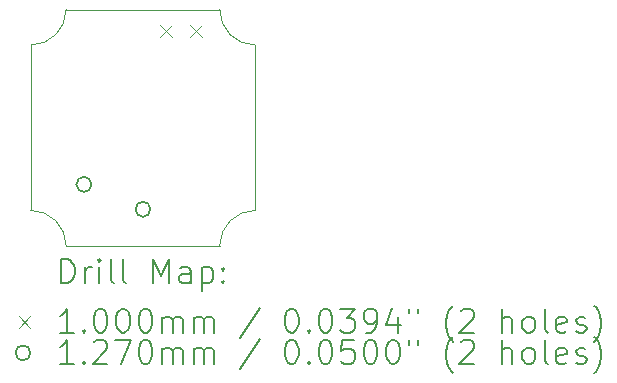
<source format=gbr>
%TF.GenerationSoftware,KiCad,Pcbnew,8.0.3*%
%TF.CreationDate,2024-09-08T13:54:00-04:00*%
%TF.ProjectId,FightPad_MICRO,46696768-7450-4616-945f-4d4943524f2e,rev?*%
%TF.SameCoordinates,Original*%
%TF.FileFunction,Drillmap*%
%TF.FilePolarity,Positive*%
%FSLAX45Y45*%
G04 Gerber Fmt 4.5, Leading zero omitted, Abs format (unit mm)*
G04 Created by KiCad (PCBNEW 8.0.3) date 2024-09-08 13:54:00*
%MOMM*%
%LPD*%
G01*
G04 APERTURE LIST*
%ADD10C,0.050000*%
%ADD11C,0.200000*%
%ADD12C,0.100000*%
%ADD13C,0.127000*%
G04 APERTURE END LIST*
D10*
X9385000Y-4971000D02*
X9385000Y-6371000D01*
X9085000Y-6671000D02*
G75*
G02*
X9385000Y-6371000I300000J0D01*
G01*
X7485000Y-6371000D02*
G75*
G02*
X7785000Y-6671000I0J-300000D01*
G01*
X7785000Y-6671000D02*
X9085000Y-6671000D01*
X9385000Y-4971000D02*
G75*
G02*
X9085000Y-4671000I0J300000D01*
G01*
X7785000Y-4671000D02*
X9085000Y-4671000D01*
X7785000Y-4671000D02*
G75*
G02*
X7485000Y-4971000I-300000J0D01*
G01*
X7485000Y-6371000D02*
X7485000Y-4971000D01*
D11*
D12*
X8581000Y-4800000D02*
X8681000Y-4900000D01*
X8681000Y-4800000D02*
X8581000Y-4900000D01*
X8835000Y-4800000D02*
X8935000Y-4900000D01*
X8935000Y-4800000D02*
X8835000Y-4900000D01*
D13*
X7998500Y-6151000D02*
G75*
G02*
X7871500Y-6151000I-63500J0D01*
G01*
X7871500Y-6151000D02*
G75*
G02*
X7998500Y-6151000I63500J0D01*
G01*
X8498500Y-6361000D02*
G75*
G02*
X8371500Y-6361000I-63500J0D01*
G01*
X8371500Y-6361000D02*
G75*
G02*
X8498500Y-6361000I63500J0D01*
G01*
D11*
X7743277Y-6984984D02*
X7743277Y-6784984D01*
X7743277Y-6784984D02*
X7790896Y-6784984D01*
X7790896Y-6784984D02*
X7819467Y-6794508D01*
X7819467Y-6794508D02*
X7838515Y-6813555D01*
X7838515Y-6813555D02*
X7848039Y-6832603D01*
X7848039Y-6832603D02*
X7857562Y-6870698D01*
X7857562Y-6870698D02*
X7857562Y-6899270D01*
X7857562Y-6899270D02*
X7848039Y-6937365D01*
X7848039Y-6937365D02*
X7838515Y-6956412D01*
X7838515Y-6956412D02*
X7819467Y-6975460D01*
X7819467Y-6975460D02*
X7790896Y-6984984D01*
X7790896Y-6984984D02*
X7743277Y-6984984D01*
X7943277Y-6984984D02*
X7943277Y-6851650D01*
X7943277Y-6889746D02*
X7952800Y-6870698D01*
X7952800Y-6870698D02*
X7962324Y-6861174D01*
X7962324Y-6861174D02*
X7981372Y-6851650D01*
X7981372Y-6851650D02*
X8000420Y-6851650D01*
X8067086Y-6984984D02*
X8067086Y-6851650D01*
X8067086Y-6784984D02*
X8057562Y-6794508D01*
X8057562Y-6794508D02*
X8067086Y-6804031D01*
X8067086Y-6804031D02*
X8076610Y-6794508D01*
X8076610Y-6794508D02*
X8067086Y-6784984D01*
X8067086Y-6784984D02*
X8067086Y-6804031D01*
X8190896Y-6984984D02*
X8171848Y-6975460D01*
X8171848Y-6975460D02*
X8162324Y-6956412D01*
X8162324Y-6956412D02*
X8162324Y-6784984D01*
X8295658Y-6984984D02*
X8276610Y-6975460D01*
X8276610Y-6975460D02*
X8267086Y-6956412D01*
X8267086Y-6956412D02*
X8267086Y-6784984D01*
X8524229Y-6984984D02*
X8524229Y-6784984D01*
X8524229Y-6784984D02*
X8590896Y-6927841D01*
X8590896Y-6927841D02*
X8657562Y-6784984D01*
X8657562Y-6784984D02*
X8657562Y-6984984D01*
X8838515Y-6984984D02*
X8838515Y-6880222D01*
X8838515Y-6880222D02*
X8828991Y-6861174D01*
X8828991Y-6861174D02*
X8809943Y-6851650D01*
X8809943Y-6851650D02*
X8771848Y-6851650D01*
X8771848Y-6851650D02*
X8752801Y-6861174D01*
X8838515Y-6975460D02*
X8819467Y-6984984D01*
X8819467Y-6984984D02*
X8771848Y-6984984D01*
X8771848Y-6984984D02*
X8752801Y-6975460D01*
X8752801Y-6975460D02*
X8743277Y-6956412D01*
X8743277Y-6956412D02*
X8743277Y-6937365D01*
X8743277Y-6937365D02*
X8752801Y-6918317D01*
X8752801Y-6918317D02*
X8771848Y-6908793D01*
X8771848Y-6908793D02*
X8819467Y-6908793D01*
X8819467Y-6908793D02*
X8838515Y-6899270D01*
X8933753Y-6851650D02*
X8933753Y-7051650D01*
X8933753Y-6861174D02*
X8952801Y-6851650D01*
X8952801Y-6851650D02*
X8990896Y-6851650D01*
X8990896Y-6851650D02*
X9009943Y-6861174D01*
X9009943Y-6861174D02*
X9019467Y-6870698D01*
X9019467Y-6870698D02*
X9028991Y-6889746D01*
X9028991Y-6889746D02*
X9028991Y-6946889D01*
X9028991Y-6946889D02*
X9019467Y-6965936D01*
X9019467Y-6965936D02*
X9009943Y-6975460D01*
X9009943Y-6975460D02*
X8990896Y-6984984D01*
X8990896Y-6984984D02*
X8952801Y-6984984D01*
X8952801Y-6984984D02*
X8933753Y-6975460D01*
X9114705Y-6965936D02*
X9124229Y-6975460D01*
X9124229Y-6975460D02*
X9114705Y-6984984D01*
X9114705Y-6984984D02*
X9105182Y-6975460D01*
X9105182Y-6975460D02*
X9114705Y-6965936D01*
X9114705Y-6965936D02*
X9114705Y-6984984D01*
X9114705Y-6861174D02*
X9124229Y-6870698D01*
X9124229Y-6870698D02*
X9114705Y-6880222D01*
X9114705Y-6880222D02*
X9105182Y-6870698D01*
X9105182Y-6870698D02*
X9114705Y-6861174D01*
X9114705Y-6861174D02*
X9114705Y-6880222D01*
D12*
X7382500Y-7263500D02*
X7482500Y-7363500D01*
X7482500Y-7263500D02*
X7382500Y-7363500D01*
D11*
X7848039Y-7404984D02*
X7733753Y-7404984D01*
X7790896Y-7404984D02*
X7790896Y-7204984D01*
X7790896Y-7204984D02*
X7771848Y-7233555D01*
X7771848Y-7233555D02*
X7752800Y-7252603D01*
X7752800Y-7252603D02*
X7733753Y-7262127D01*
X7933753Y-7385936D02*
X7943277Y-7395460D01*
X7943277Y-7395460D02*
X7933753Y-7404984D01*
X7933753Y-7404984D02*
X7924229Y-7395460D01*
X7924229Y-7395460D02*
X7933753Y-7385936D01*
X7933753Y-7385936D02*
X7933753Y-7404984D01*
X8067086Y-7204984D02*
X8086134Y-7204984D01*
X8086134Y-7204984D02*
X8105181Y-7214508D01*
X8105181Y-7214508D02*
X8114705Y-7224031D01*
X8114705Y-7224031D02*
X8124229Y-7243079D01*
X8124229Y-7243079D02*
X8133753Y-7281174D01*
X8133753Y-7281174D02*
X8133753Y-7328793D01*
X8133753Y-7328793D02*
X8124229Y-7366889D01*
X8124229Y-7366889D02*
X8114705Y-7385936D01*
X8114705Y-7385936D02*
X8105181Y-7395460D01*
X8105181Y-7395460D02*
X8086134Y-7404984D01*
X8086134Y-7404984D02*
X8067086Y-7404984D01*
X8067086Y-7404984D02*
X8048039Y-7395460D01*
X8048039Y-7395460D02*
X8038515Y-7385936D01*
X8038515Y-7385936D02*
X8028991Y-7366889D01*
X8028991Y-7366889D02*
X8019467Y-7328793D01*
X8019467Y-7328793D02*
X8019467Y-7281174D01*
X8019467Y-7281174D02*
X8028991Y-7243079D01*
X8028991Y-7243079D02*
X8038515Y-7224031D01*
X8038515Y-7224031D02*
X8048039Y-7214508D01*
X8048039Y-7214508D02*
X8067086Y-7204984D01*
X8257562Y-7204984D02*
X8276610Y-7204984D01*
X8276610Y-7204984D02*
X8295658Y-7214508D01*
X8295658Y-7214508D02*
X8305181Y-7224031D01*
X8305181Y-7224031D02*
X8314705Y-7243079D01*
X8314705Y-7243079D02*
X8324229Y-7281174D01*
X8324229Y-7281174D02*
X8324229Y-7328793D01*
X8324229Y-7328793D02*
X8314705Y-7366889D01*
X8314705Y-7366889D02*
X8305181Y-7385936D01*
X8305181Y-7385936D02*
X8295658Y-7395460D01*
X8295658Y-7395460D02*
X8276610Y-7404984D01*
X8276610Y-7404984D02*
X8257562Y-7404984D01*
X8257562Y-7404984D02*
X8238515Y-7395460D01*
X8238515Y-7395460D02*
X8228991Y-7385936D01*
X8228991Y-7385936D02*
X8219467Y-7366889D01*
X8219467Y-7366889D02*
X8209943Y-7328793D01*
X8209943Y-7328793D02*
X8209943Y-7281174D01*
X8209943Y-7281174D02*
X8219467Y-7243079D01*
X8219467Y-7243079D02*
X8228991Y-7224031D01*
X8228991Y-7224031D02*
X8238515Y-7214508D01*
X8238515Y-7214508D02*
X8257562Y-7204984D01*
X8448039Y-7204984D02*
X8467086Y-7204984D01*
X8467086Y-7204984D02*
X8486134Y-7214508D01*
X8486134Y-7214508D02*
X8495658Y-7224031D01*
X8495658Y-7224031D02*
X8505182Y-7243079D01*
X8505182Y-7243079D02*
X8514705Y-7281174D01*
X8514705Y-7281174D02*
X8514705Y-7328793D01*
X8514705Y-7328793D02*
X8505182Y-7366889D01*
X8505182Y-7366889D02*
X8495658Y-7385936D01*
X8495658Y-7385936D02*
X8486134Y-7395460D01*
X8486134Y-7395460D02*
X8467086Y-7404984D01*
X8467086Y-7404984D02*
X8448039Y-7404984D01*
X8448039Y-7404984D02*
X8428991Y-7395460D01*
X8428991Y-7395460D02*
X8419467Y-7385936D01*
X8419467Y-7385936D02*
X8409943Y-7366889D01*
X8409943Y-7366889D02*
X8400420Y-7328793D01*
X8400420Y-7328793D02*
X8400420Y-7281174D01*
X8400420Y-7281174D02*
X8409943Y-7243079D01*
X8409943Y-7243079D02*
X8419467Y-7224031D01*
X8419467Y-7224031D02*
X8428991Y-7214508D01*
X8428991Y-7214508D02*
X8448039Y-7204984D01*
X8600420Y-7404984D02*
X8600420Y-7271650D01*
X8600420Y-7290698D02*
X8609943Y-7281174D01*
X8609943Y-7281174D02*
X8628991Y-7271650D01*
X8628991Y-7271650D02*
X8657563Y-7271650D01*
X8657563Y-7271650D02*
X8676610Y-7281174D01*
X8676610Y-7281174D02*
X8686134Y-7300222D01*
X8686134Y-7300222D02*
X8686134Y-7404984D01*
X8686134Y-7300222D02*
X8695658Y-7281174D01*
X8695658Y-7281174D02*
X8714705Y-7271650D01*
X8714705Y-7271650D02*
X8743277Y-7271650D01*
X8743277Y-7271650D02*
X8762324Y-7281174D01*
X8762324Y-7281174D02*
X8771848Y-7300222D01*
X8771848Y-7300222D02*
X8771848Y-7404984D01*
X8867086Y-7404984D02*
X8867086Y-7271650D01*
X8867086Y-7290698D02*
X8876610Y-7281174D01*
X8876610Y-7281174D02*
X8895658Y-7271650D01*
X8895658Y-7271650D02*
X8924229Y-7271650D01*
X8924229Y-7271650D02*
X8943277Y-7281174D01*
X8943277Y-7281174D02*
X8952801Y-7300222D01*
X8952801Y-7300222D02*
X8952801Y-7404984D01*
X8952801Y-7300222D02*
X8962324Y-7281174D01*
X8962324Y-7281174D02*
X8981372Y-7271650D01*
X8981372Y-7271650D02*
X9009943Y-7271650D01*
X9009943Y-7271650D02*
X9028991Y-7281174D01*
X9028991Y-7281174D02*
X9038515Y-7300222D01*
X9038515Y-7300222D02*
X9038515Y-7404984D01*
X9428991Y-7195460D02*
X9257563Y-7452603D01*
X9686134Y-7204984D02*
X9705182Y-7204984D01*
X9705182Y-7204984D02*
X9724229Y-7214508D01*
X9724229Y-7214508D02*
X9733753Y-7224031D01*
X9733753Y-7224031D02*
X9743277Y-7243079D01*
X9743277Y-7243079D02*
X9752801Y-7281174D01*
X9752801Y-7281174D02*
X9752801Y-7328793D01*
X9752801Y-7328793D02*
X9743277Y-7366889D01*
X9743277Y-7366889D02*
X9733753Y-7385936D01*
X9733753Y-7385936D02*
X9724229Y-7395460D01*
X9724229Y-7395460D02*
X9705182Y-7404984D01*
X9705182Y-7404984D02*
X9686134Y-7404984D01*
X9686134Y-7404984D02*
X9667086Y-7395460D01*
X9667086Y-7395460D02*
X9657563Y-7385936D01*
X9657563Y-7385936D02*
X9648039Y-7366889D01*
X9648039Y-7366889D02*
X9638515Y-7328793D01*
X9638515Y-7328793D02*
X9638515Y-7281174D01*
X9638515Y-7281174D02*
X9648039Y-7243079D01*
X9648039Y-7243079D02*
X9657563Y-7224031D01*
X9657563Y-7224031D02*
X9667086Y-7214508D01*
X9667086Y-7214508D02*
X9686134Y-7204984D01*
X9838515Y-7385936D02*
X9848039Y-7395460D01*
X9848039Y-7395460D02*
X9838515Y-7404984D01*
X9838515Y-7404984D02*
X9828991Y-7395460D01*
X9828991Y-7395460D02*
X9838515Y-7385936D01*
X9838515Y-7385936D02*
X9838515Y-7404984D01*
X9971848Y-7204984D02*
X9990896Y-7204984D01*
X9990896Y-7204984D02*
X10009944Y-7214508D01*
X10009944Y-7214508D02*
X10019467Y-7224031D01*
X10019467Y-7224031D02*
X10028991Y-7243079D01*
X10028991Y-7243079D02*
X10038515Y-7281174D01*
X10038515Y-7281174D02*
X10038515Y-7328793D01*
X10038515Y-7328793D02*
X10028991Y-7366889D01*
X10028991Y-7366889D02*
X10019467Y-7385936D01*
X10019467Y-7385936D02*
X10009944Y-7395460D01*
X10009944Y-7395460D02*
X9990896Y-7404984D01*
X9990896Y-7404984D02*
X9971848Y-7404984D01*
X9971848Y-7404984D02*
X9952801Y-7395460D01*
X9952801Y-7395460D02*
X9943277Y-7385936D01*
X9943277Y-7385936D02*
X9933753Y-7366889D01*
X9933753Y-7366889D02*
X9924229Y-7328793D01*
X9924229Y-7328793D02*
X9924229Y-7281174D01*
X9924229Y-7281174D02*
X9933753Y-7243079D01*
X9933753Y-7243079D02*
X9943277Y-7224031D01*
X9943277Y-7224031D02*
X9952801Y-7214508D01*
X9952801Y-7214508D02*
X9971848Y-7204984D01*
X10105182Y-7204984D02*
X10228991Y-7204984D01*
X10228991Y-7204984D02*
X10162325Y-7281174D01*
X10162325Y-7281174D02*
X10190896Y-7281174D01*
X10190896Y-7281174D02*
X10209944Y-7290698D01*
X10209944Y-7290698D02*
X10219467Y-7300222D01*
X10219467Y-7300222D02*
X10228991Y-7319270D01*
X10228991Y-7319270D02*
X10228991Y-7366889D01*
X10228991Y-7366889D02*
X10219467Y-7385936D01*
X10219467Y-7385936D02*
X10209944Y-7395460D01*
X10209944Y-7395460D02*
X10190896Y-7404984D01*
X10190896Y-7404984D02*
X10133753Y-7404984D01*
X10133753Y-7404984D02*
X10114706Y-7395460D01*
X10114706Y-7395460D02*
X10105182Y-7385936D01*
X10324229Y-7404984D02*
X10362325Y-7404984D01*
X10362325Y-7404984D02*
X10381372Y-7395460D01*
X10381372Y-7395460D02*
X10390896Y-7385936D01*
X10390896Y-7385936D02*
X10409944Y-7357365D01*
X10409944Y-7357365D02*
X10419467Y-7319270D01*
X10419467Y-7319270D02*
X10419467Y-7243079D01*
X10419467Y-7243079D02*
X10409944Y-7224031D01*
X10409944Y-7224031D02*
X10400420Y-7214508D01*
X10400420Y-7214508D02*
X10381372Y-7204984D01*
X10381372Y-7204984D02*
X10343277Y-7204984D01*
X10343277Y-7204984D02*
X10324229Y-7214508D01*
X10324229Y-7214508D02*
X10314706Y-7224031D01*
X10314706Y-7224031D02*
X10305182Y-7243079D01*
X10305182Y-7243079D02*
X10305182Y-7290698D01*
X10305182Y-7290698D02*
X10314706Y-7309746D01*
X10314706Y-7309746D02*
X10324229Y-7319270D01*
X10324229Y-7319270D02*
X10343277Y-7328793D01*
X10343277Y-7328793D02*
X10381372Y-7328793D01*
X10381372Y-7328793D02*
X10400420Y-7319270D01*
X10400420Y-7319270D02*
X10409944Y-7309746D01*
X10409944Y-7309746D02*
X10419467Y-7290698D01*
X10590896Y-7271650D02*
X10590896Y-7404984D01*
X10543277Y-7195460D02*
X10495658Y-7338317D01*
X10495658Y-7338317D02*
X10619467Y-7338317D01*
X10686134Y-7204984D02*
X10686134Y-7243079D01*
X10762325Y-7204984D02*
X10762325Y-7243079D01*
X11057563Y-7481174D02*
X11048039Y-7471650D01*
X11048039Y-7471650D02*
X11028991Y-7443079D01*
X11028991Y-7443079D02*
X11019468Y-7424031D01*
X11019468Y-7424031D02*
X11009944Y-7395460D01*
X11009944Y-7395460D02*
X11000420Y-7347841D01*
X11000420Y-7347841D02*
X11000420Y-7309746D01*
X11000420Y-7309746D02*
X11009944Y-7262127D01*
X11009944Y-7262127D02*
X11019468Y-7233555D01*
X11019468Y-7233555D02*
X11028991Y-7214508D01*
X11028991Y-7214508D02*
X11048039Y-7185936D01*
X11048039Y-7185936D02*
X11057563Y-7176412D01*
X11124229Y-7224031D02*
X11133753Y-7214508D01*
X11133753Y-7214508D02*
X11152801Y-7204984D01*
X11152801Y-7204984D02*
X11200420Y-7204984D01*
X11200420Y-7204984D02*
X11219467Y-7214508D01*
X11219467Y-7214508D02*
X11228991Y-7224031D01*
X11228991Y-7224031D02*
X11238515Y-7243079D01*
X11238515Y-7243079D02*
X11238515Y-7262127D01*
X11238515Y-7262127D02*
X11228991Y-7290698D01*
X11228991Y-7290698D02*
X11114706Y-7404984D01*
X11114706Y-7404984D02*
X11238515Y-7404984D01*
X11476610Y-7404984D02*
X11476610Y-7204984D01*
X11562325Y-7404984D02*
X11562325Y-7300222D01*
X11562325Y-7300222D02*
X11552801Y-7281174D01*
X11552801Y-7281174D02*
X11533753Y-7271650D01*
X11533753Y-7271650D02*
X11505182Y-7271650D01*
X11505182Y-7271650D02*
X11486134Y-7281174D01*
X11486134Y-7281174D02*
X11476610Y-7290698D01*
X11686134Y-7404984D02*
X11667087Y-7395460D01*
X11667087Y-7395460D02*
X11657563Y-7385936D01*
X11657563Y-7385936D02*
X11648039Y-7366889D01*
X11648039Y-7366889D02*
X11648039Y-7309746D01*
X11648039Y-7309746D02*
X11657563Y-7290698D01*
X11657563Y-7290698D02*
X11667087Y-7281174D01*
X11667087Y-7281174D02*
X11686134Y-7271650D01*
X11686134Y-7271650D02*
X11714706Y-7271650D01*
X11714706Y-7271650D02*
X11733753Y-7281174D01*
X11733753Y-7281174D02*
X11743277Y-7290698D01*
X11743277Y-7290698D02*
X11752801Y-7309746D01*
X11752801Y-7309746D02*
X11752801Y-7366889D01*
X11752801Y-7366889D02*
X11743277Y-7385936D01*
X11743277Y-7385936D02*
X11733753Y-7395460D01*
X11733753Y-7395460D02*
X11714706Y-7404984D01*
X11714706Y-7404984D02*
X11686134Y-7404984D01*
X11867087Y-7404984D02*
X11848039Y-7395460D01*
X11848039Y-7395460D02*
X11838515Y-7376412D01*
X11838515Y-7376412D02*
X11838515Y-7204984D01*
X12019468Y-7395460D02*
X12000420Y-7404984D01*
X12000420Y-7404984D02*
X11962325Y-7404984D01*
X11962325Y-7404984D02*
X11943277Y-7395460D01*
X11943277Y-7395460D02*
X11933753Y-7376412D01*
X11933753Y-7376412D02*
X11933753Y-7300222D01*
X11933753Y-7300222D02*
X11943277Y-7281174D01*
X11943277Y-7281174D02*
X11962325Y-7271650D01*
X11962325Y-7271650D02*
X12000420Y-7271650D01*
X12000420Y-7271650D02*
X12019468Y-7281174D01*
X12019468Y-7281174D02*
X12028991Y-7300222D01*
X12028991Y-7300222D02*
X12028991Y-7319270D01*
X12028991Y-7319270D02*
X11933753Y-7338317D01*
X12105182Y-7395460D02*
X12124229Y-7404984D01*
X12124229Y-7404984D02*
X12162325Y-7404984D01*
X12162325Y-7404984D02*
X12181372Y-7395460D01*
X12181372Y-7395460D02*
X12190896Y-7376412D01*
X12190896Y-7376412D02*
X12190896Y-7366889D01*
X12190896Y-7366889D02*
X12181372Y-7347841D01*
X12181372Y-7347841D02*
X12162325Y-7338317D01*
X12162325Y-7338317D02*
X12133753Y-7338317D01*
X12133753Y-7338317D02*
X12114706Y-7328793D01*
X12114706Y-7328793D02*
X12105182Y-7309746D01*
X12105182Y-7309746D02*
X12105182Y-7300222D01*
X12105182Y-7300222D02*
X12114706Y-7281174D01*
X12114706Y-7281174D02*
X12133753Y-7271650D01*
X12133753Y-7271650D02*
X12162325Y-7271650D01*
X12162325Y-7271650D02*
X12181372Y-7281174D01*
X12257563Y-7481174D02*
X12267087Y-7471650D01*
X12267087Y-7471650D02*
X12286134Y-7443079D01*
X12286134Y-7443079D02*
X12295658Y-7424031D01*
X12295658Y-7424031D02*
X12305182Y-7395460D01*
X12305182Y-7395460D02*
X12314706Y-7347841D01*
X12314706Y-7347841D02*
X12314706Y-7309746D01*
X12314706Y-7309746D02*
X12305182Y-7262127D01*
X12305182Y-7262127D02*
X12295658Y-7233555D01*
X12295658Y-7233555D02*
X12286134Y-7214508D01*
X12286134Y-7214508D02*
X12267087Y-7185936D01*
X12267087Y-7185936D02*
X12257563Y-7176412D01*
D13*
X7482500Y-7577500D02*
G75*
G02*
X7355500Y-7577500I-63500J0D01*
G01*
X7355500Y-7577500D02*
G75*
G02*
X7482500Y-7577500I63500J0D01*
G01*
D11*
X7848039Y-7668984D02*
X7733753Y-7668984D01*
X7790896Y-7668984D02*
X7790896Y-7468984D01*
X7790896Y-7468984D02*
X7771848Y-7497555D01*
X7771848Y-7497555D02*
X7752800Y-7516603D01*
X7752800Y-7516603D02*
X7733753Y-7526127D01*
X7933753Y-7649936D02*
X7943277Y-7659460D01*
X7943277Y-7659460D02*
X7933753Y-7668984D01*
X7933753Y-7668984D02*
X7924229Y-7659460D01*
X7924229Y-7659460D02*
X7933753Y-7649936D01*
X7933753Y-7649936D02*
X7933753Y-7668984D01*
X8019467Y-7488031D02*
X8028991Y-7478508D01*
X8028991Y-7478508D02*
X8048039Y-7468984D01*
X8048039Y-7468984D02*
X8095658Y-7468984D01*
X8095658Y-7468984D02*
X8114705Y-7478508D01*
X8114705Y-7478508D02*
X8124229Y-7488031D01*
X8124229Y-7488031D02*
X8133753Y-7507079D01*
X8133753Y-7507079D02*
X8133753Y-7526127D01*
X8133753Y-7526127D02*
X8124229Y-7554698D01*
X8124229Y-7554698D02*
X8009943Y-7668984D01*
X8009943Y-7668984D02*
X8133753Y-7668984D01*
X8200420Y-7468984D02*
X8333753Y-7468984D01*
X8333753Y-7468984D02*
X8248039Y-7668984D01*
X8448039Y-7468984D02*
X8467086Y-7468984D01*
X8467086Y-7468984D02*
X8486134Y-7478508D01*
X8486134Y-7478508D02*
X8495658Y-7488031D01*
X8495658Y-7488031D02*
X8505182Y-7507079D01*
X8505182Y-7507079D02*
X8514705Y-7545174D01*
X8514705Y-7545174D02*
X8514705Y-7592793D01*
X8514705Y-7592793D02*
X8505182Y-7630889D01*
X8505182Y-7630889D02*
X8495658Y-7649936D01*
X8495658Y-7649936D02*
X8486134Y-7659460D01*
X8486134Y-7659460D02*
X8467086Y-7668984D01*
X8467086Y-7668984D02*
X8448039Y-7668984D01*
X8448039Y-7668984D02*
X8428991Y-7659460D01*
X8428991Y-7659460D02*
X8419467Y-7649936D01*
X8419467Y-7649936D02*
X8409943Y-7630889D01*
X8409943Y-7630889D02*
X8400420Y-7592793D01*
X8400420Y-7592793D02*
X8400420Y-7545174D01*
X8400420Y-7545174D02*
X8409943Y-7507079D01*
X8409943Y-7507079D02*
X8419467Y-7488031D01*
X8419467Y-7488031D02*
X8428991Y-7478508D01*
X8428991Y-7478508D02*
X8448039Y-7468984D01*
X8600420Y-7668984D02*
X8600420Y-7535650D01*
X8600420Y-7554698D02*
X8609943Y-7545174D01*
X8609943Y-7545174D02*
X8628991Y-7535650D01*
X8628991Y-7535650D02*
X8657563Y-7535650D01*
X8657563Y-7535650D02*
X8676610Y-7545174D01*
X8676610Y-7545174D02*
X8686134Y-7564222D01*
X8686134Y-7564222D02*
X8686134Y-7668984D01*
X8686134Y-7564222D02*
X8695658Y-7545174D01*
X8695658Y-7545174D02*
X8714705Y-7535650D01*
X8714705Y-7535650D02*
X8743277Y-7535650D01*
X8743277Y-7535650D02*
X8762324Y-7545174D01*
X8762324Y-7545174D02*
X8771848Y-7564222D01*
X8771848Y-7564222D02*
X8771848Y-7668984D01*
X8867086Y-7668984D02*
X8867086Y-7535650D01*
X8867086Y-7554698D02*
X8876610Y-7545174D01*
X8876610Y-7545174D02*
X8895658Y-7535650D01*
X8895658Y-7535650D02*
X8924229Y-7535650D01*
X8924229Y-7535650D02*
X8943277Y-7545174D01*
X8943277Y-7545174D02*
X8952801Y-7564222D01*
X8952801Y-7564222D02*
X8952801Y-7668984D01*
X8952801Y-7564222D02*
X8962324Y-7545174D01*
X8962324Y-7545174D02*
X8981372Y-7535650D01*
X8981372Y-7535650D02*
X9009943Y-7535650D01*
X9009943Y-7535650D02*
X9028991Y-7545174D01*
X9028991Y-7545174D02*
X9038515Y-7564222D01*
X9038515Y-7564222D02*
X9038515Y-7668984D01*
X9428991Y-7459460D02*
X9257563Y-7716603D01*
X9686134Y-7468984D02*
X9705182Y-7468984D01*
X9705182Y-7468984D02*
X9724229Y-7478508D01*
X9724229Y-7478508D02*
X9733753Y-7488031D01*
X9733753Y-7488031D02*
X9743277Y-7507079D01*
X9743277Y-7507079D02*
X9752801Y-7545174D01*
X9752801Y-7545174D02*
X9752801Y-7592793D01*
X9752801Y-7592793D02*
X9743277Y-7630889D01*
X9743277Y-7630889D02*
X9733753Y-7649936D01*
X9733753Y-7649936D02*
X9724229Y-7659460D01*
X9724229Y-7659460D02*
X9705182Y-7668984D01*
X9705182Y-7668984D02*
X9686134Y-7668984D01*
X9686134Y-7668984D02*
X9667086Y-7659460D01*
X9667086Y-7659460D02*
X9657563Y-7649936D01*
X9657563Y-7649936D02*
X9648039Y-7630889D01*
X9648039Y-7630889D02*
X9638515Y-7592793D01*
X9638515Y-7592793D02*
X9638515Y-7545174D01*
X9638515Y-7545174D02*
X9648039Y-7507079D01*
X9648039Y-7507079D02*
X9657563Y-7488031D01*
X9657563Y-7488031D02*
X9667086Y-7478508D01*
X9667086Y-7478508D02*
X9686134Y-7468984D01*
X9838515Y-7649936D02*
X9848039Y-7659460D01*
X9848039Y-7659460D02*
X9838515Y-7668984D01*
X9838515Y-7668984D02*
X9828991Y-7659460D01*
X9828991Y-7659460D02*
X9838515Y-7649936D01*
X9838515Y-7649936D02*
X9838515Y-7668984D01*
X9971848Y-7468984D02*
X9990896Y-7468984D01*
X9990896Y-7468984D02*
X10009944Y-7478508D01*
X10009944Y-7478508D02*
X10019467Y-7488031D01*
X10019467Y-7488031D02*
X10028991Y-7507079D01*
X10028991Y-7507079D02*
X10038515Y-7545174D01*
X10038515Y-7545174D02*
X10038515Y-7592793D01*
X10038515Y-7592793D02*
X10028991Y-7630889D01*
X10028991Y-7630889D02*
X10019467Y-7649936D01*
X10019467Y-7649936D02*
X10009944Y-7659460D01*
X10009944Y-7659460D02*
X9990896Y-7668984D01*
X9990896Y-7668984D02*
X9971848Y-7668984D01*
X9971848Y-7668984D02*
X9952801Y-7659460D01*
X9952801Y-7659460D02*
X9943277Y-7649936D01*
X9943277Y-7649936D02*
X9933753Y-7630889D01*
X9933753Y-7630889D02*
X9924229Y-7592793D01*
X9924229Y-7592793D02*
X9924229Y-7545174D01*
X9924229Y-7545174D02*
X9933753Y-7507079D01*
X9933753Y-7507079D02*
X9943277Y-7488031D01*
X9943277Y-7488031D02*
X9952801Y-7478508D01*
X9952801Y-7478508D02*
X9971848Y-7468984D01*
X10219467Y-7468984D02*
X10124229Y-7468984D01*
X10124229Y-7468984D02*
X10114706Y-7564222D01*
X10114706Y-7564222D02*
X10124229Y-7554698D01*
X10124229Y-7554698D02*
X10143277Y-7545174D01*
X10143277Y-7545174D02*
X10190896Y-7545174D01*
X10190896Y-7545174D02*
X10209944Y-7554698D01*
X10209944Y-7554698D02*
X10219467Y-7564222D01*
X10219467Y-7564222D02*
X10228991Y-7583270D01*
X10228991Y-7583270D02*
X10228991Y-7630889D01*
X10228991Y-7630889D02*
X10219467Y-7649936D01*
X10219467Y-7649936D02*
X10209944Y-7659460D01*
X10209944Y-7659460D02*
X10190896Y-7668984D01*
X10190896Y-7668984D02*
X10143277Y-7668984D01*
X10143277Y-7668984D02*
X10124229Y-7659460D01*
X10124229Y-7659460D02*
X10114706Y-7649936D01*
X10352801Y-7468984D02*
X10371848Y-7468984D01*
X10371848Y-7468984D02*
X10390896Y-7478508D01*
X10390896Y-7478508D02*
X10400420Y-7488031D01*
X10400420Y-7488031D02*
X10409944Y-7507079D01*
X10409944Y-7507079D02*
X10419467Y-7545174D01*
X10419467Y-7545174D02*
X10419467Y-7592793D01*
X10419467Y-7592793D02*
X10409944Y-7630889D01*
X10409944Y-7630889D02*
X10400420Y-7649936D01*
X10400420Y-7649936D02*
X10390896Y-7659460D01*
X10390896Y-7659460D02*
X10371848Y-7668984D01*
X10371848Y-7668984D02*
X10352801Y-7668984D01*
X10352801Y-7668984D02*
X10333753Y-7659460D01*
X10333753Y-7659460D02*
X10324229Y-7649936D01*
X10324229Y-7649936D02*
X10314706Y-7630889D01*
X10314706Y-7630889D02*
X10305182Y-7592793D01*
X10305182Y-7592793D02*
X10305182Y-7545174D01*
X10305182Y-7545174D02*
X10314706Y-7507079D01*
X10314706Y-7507079D02*
X10324229Y-7488031D01*
X10324229Y-7488031D02*
X10333753Y-7478508D01*
X10333753Y-7478508D02*
X10352801Y-7468984D01*
X10543277Y-7468984D02*
X10562325Y-7468984D01*
X10562325Y-7468984D02*
X10581372Y-7478508D01*
X10581372Y-7478508D02*
X10590896Y-7488031D01*
X10590896Y-7488031D02*
X10600420Y-7507079D01*
X10600420Y-7507079D02*
X10609944Y-7545174D01*
X10609944Y-7545174D02*
X10609944Y-7592793D01*
X10609944Y-7592793D02*
X10600420Y-7630889D01*
X10600420Y-7630889D02*
X10590896Y-7649936D01*
X10590896Y-7649936D02*
X10581372Y-7659460D01*
X10581372Y-7659460D02*
X10562325Y-7668984D01*
X10562325Y-7668984D02*
X10543277Y-7668984D01*
X10543277Y-7668984D02*
X10524229Y-7659460D01*
X10524229Y-7659460D02*
X10514706Y-7649936D01*
X10514706Y-7649936D02*
X10505182Y-7630889D01*
X10505182Y-7630889D02*
X10495658Y-7592793D01*
X10495658Y-7592793D02*
X10495658Y-7545174D01*
X10495658Y-7545174D02*
X10505182Y-7507079D01*
X10505182Y-7507079D02*
X10514706Y-7488031D01*
X10514706Y-7488031D02*
X10524229Y-7478508D01*
X10524229Y-7478508D02*
X10543277Y-7468984D01*
X10686134Y-7468984D02*
X10686134Y-7507079D01*
X10762325Y-7468984D02*
X10762325Y-7507079D01*
X11057563Y-7745174D02*
X11048039Y-7735650D01*
X11048039Y-7735650D02*
X11028991Y-7707079D01*
X11028991Y-7707079D02*
X11019468Y-7688031D01*
X11019468Y-7688031D02*
X11009944Y-7659460D01*
X11009944Y-7659460D02*
X11000420Y-7611841D01*
X11000420Y-7611841D02*
X11000420Y-7573746D01*
X11000420Y-7573746D02*
X11009944Y-7526127D01*
X11009944Y-7526127D02*
X11019468Y-7497555D01*
X11019468Y-7497555D02*
X11028991Y-7478508D01*
X11028991Y-7478508D02*
X11048039Y-7449936D01*
X11048039Y-7449936D02*
X11057563Y-7440412D01*
X11124229Y-7488031D02*
X11133753Y-7478508D01*
X11133753Y-7478508D02*
X11152801Y-7468984D01*
X11152801Y-7468984D02*
X11200420Y-7468984D01*
X11200420Y-7468984D02*
X11219467Y-7478508D01*
X11219467Y-7478508D02*
X11228991Y-7488031D01*
X11228991Y-7488031D02*
X11238515Y-7507079D01*
X11238515Y-7507079D02*
X11238515Y-7526127D01*
X11238515Y-7526127D02*
X11228991Y-7554698D01*
X11228991Y-7554698D02*
X11114706Y-7668984D01*
X11114706Y-7668984D02*
X11238515Y-7668984D01*
X11476610Y-7668984D02*
X11476610Y-7468984D01*
X11562325Y-7668984D02*
X11562325Y-7564222D01*
X11562325Y-7564222D02*
X11552801Y-7545174D01*
X11552801Y-7545174D02*
X11533753Y-7535650D01*
X11533753Y-7535650D02*
X11505182Y-7535650D01*
X11505182Y-7535650D02*
X11486134Y-7545174D01*
X11486134Y-7545174D02*
X11476610Y-7554698D01*
X11686134Y-7668984D02*
X11667087Y-7659460D01*
X11667087Y-7659460D02*
X11657563Y-7649936D01*
X11657563Y-7649936D02*
X11648039Y-7630889D01*
X11648039Y-7630889D02*
X11648039Y-7573746D01*
X11648039Y-7573746D02*
X11657563Y-7554698D01*
X11657563Y-7554698D02*
X11667087Y-7545174D01*
X11667087Y-7545174D02*
X11686134Y-7535650D01*
X11686134Y-7535650D02*
X11714706Y-7535650D01*
X11714706Y-7535650D02*
X11733753Y-7545174D01*
X11733753Y-7545174D02*
X11743277Y-7554698D01*
X11743277Y-7554698D02*
X11752801Y-7573746D01*
X11752801Y-7573746D02*
X11752801Y-7630889D01*
X11752801Y-7630889D02*
X11743277Y-7649936D01*
X11743277Y-7649936D02*
X11733753Y-7659460D01*
X11733753Y-7659460D02*
X11714706Y-7668984D01*
X11714706Y-7668984D02*
X11686134Y-7668984D01*
X11867087Y-7668984D02*
X11848039Y-7659460D01*
X11848039Y-7659460D02*
X11838515Y-7640412D01*
X11838515Y-7640412D02*
X11838515Y-7468984D01*
X12019468Y-7659460D02*
X12000420Y-7668984D01*
X12000420Y-7668984D02*
X11962325Y-7668984D01*
X11962325Y-7668984D02*
X11943277Y-7659460D01*
X11943277Y-7659460D02*
X11933753Y-7640412D01*
X11933753Y-7640412D02*
X11933753Y-7564222D01*
X11933753Y-7564222D02*
X11943277Y-7545174D01*
X11943277Y-7545174D02*
X11962325Y-7535650D01*
X11962325Y-7535650D02*
X12000420Y-7535650D01*
X12000420Y-7535650D02*
X12019468Y-7545174D01*
X12019468Y-7545174D02*
X12028991Y-7564222D01*
X12028991Y-7564222D02*
X12028991Y-7583270D01*
X12028991Y-7583270D02*
X11933753Y-7602317D01*
X12105182Y-7659460D02*
X12124229Y-7668984D01*
X12124229Y-7668984D02*
X12162325Y-7668984D01*
X12162325Y-7668984D02*
X12181372Y-7659460D01*
X12181372Y-7659460D02*
X12190896Y-7640412D01*
X12190896Y-7640412D02*
X12190896Y-7630889D01*
X12190896Y-7630889D02*
X12181372Y-7611841D01*
X12181372Y-7611841D02*
X12162325Y-7602317D01*
X12162325Y-7602317D02*
X12133753Y-7602317D01*
X12133753Y-7602317D02*
X12114706Y-7592793D01*
X12114706Y-7592793D02*
X12105182Y-7573746D01*
X12105182Y-7573746D02*
X12105182Y-7564222D01*
X12105182Y-7564222D02*
X12114706Y-7545174D01*
X12114706Y-7545174D02*
X12133753Y-7535650D01*
X12133753Y-7535650D02*
X12162325Y-7535650D01*
X12162325Y-7535650D02*
X12181372Y-7545174D01*
X12257563Y-7745174D02*
X12267087Y-7735650D01*
X12267087Y-7735650D02*
X12286134Y-7707079D01*
X12286134Y-7707079D02*
X12295658Y-7688031D01*
X12295658Y-7688031D02*
X12305182Y-7659460D01*
X12305182Y-7659460D02*
X12314706Y-7611841D01*
X12314706Y-7611841D02*
X12314706Y-7573746D01*
X12314706Y-7573746D02*
X12305182Y-7526127D01*
X12305182Y-7526127D02*
X12295658Y-7497555D01*
X12295658Y-7497555D02*
X12286134Y-7478508D01*
X12286134Y-7478508D02*
X12267087Y-7449936D01*
X12267087Y-7449936D02*
X12257563Y-7440412D01*
M02*

</source>
